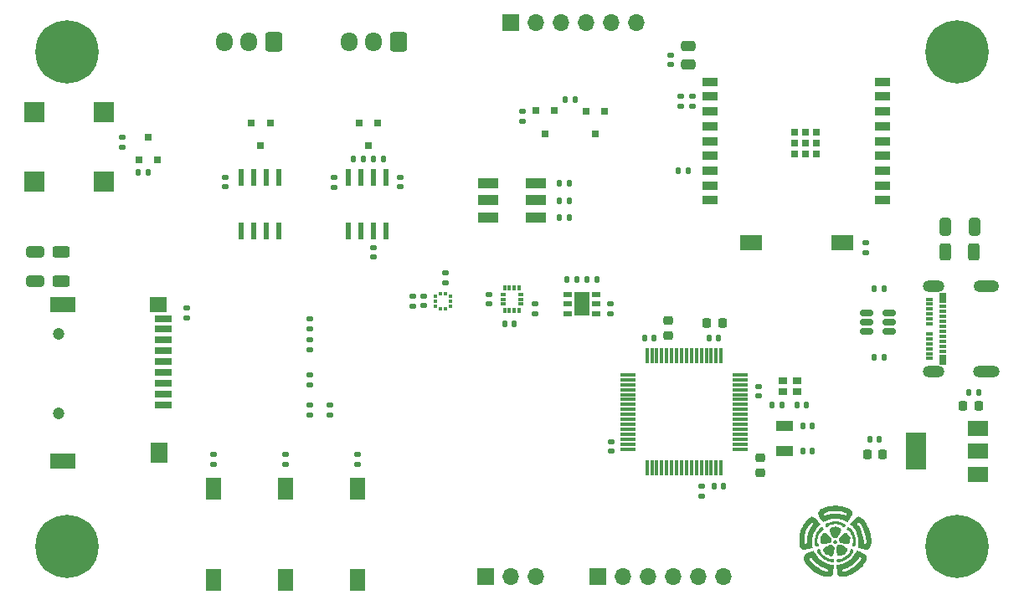
<source format=gbr>
%TF.GenerationSoftware,KiCad,Pcbnew,(7.0.0)*%
%TF.CreationDate,2023-05-17T20:16:57-03:00*%
%TF.ProjectId,d3vk1t,6433766b-3174-42e6-9b69-6361645f7063,rev?*%
%TF.SameCoordinates,Original*%
%TF.FileFunction,Soldermask,Top*%
%TF.FilePolarity,Negative*%
%FSLAX46Y46*%
G04 Gerber Fmt 4.6, Leading zero omitted, Abs format (unit mm)*
G04 Created by KiCad (PCBNEW (7.0.0)) date 2023-05-17 20:16:57*
%MOMM*%
%LPD*%
G01*
G04 APERTURE LIST*
G04 Aperture macros list*
%AMRoundRect*
0 Rectangle with rounded corners*
0 $1 Rounding radius*
0 $2 $3 $4 $5 $6 $7 $8 $9 X,Y pos of 4 corners*
0 Add a 4 corners polygon primitive as box body*
4,1,4,$2,$3,$4,$5,$6,$7,$8,$9,$2,$3,0*
0 Add four circle primitives for the rounded corners*
1,1,$1+$1,$2,$3*
1,1,$1+$1,$4,$5*
1,1,$1+$1,$6,$7*
1,1,$1+$1,$8,$9*
0 Add four rect primitives between the rounded corners*
20,1,$1+$1,$2,$3,$4,$5,0*
20,1,$1+$1,$4,$5,$6,$7,0*
20,1,$1+$1,$6,$7,$8,$9,0*
20,1,$1+$1,$8,$9,$2,$3,0*%
G04 Aperture macros list end*
%ADD10R,1.700000X1.700000*%
%ADD11O,1.700000X1.700000*%
%ADD12RoundRect,0.140000X0.140000X0.170000X-0.140000X0.170000X-0.140000X-0.170000X0.140000X-0.170000X0*%
%ADD13RoundRect,0.135000X-0.185000X0.135000X-0.185000X-0.135000X0.185000X-0.135000X0.185000X0.135000X0*%
%ADD14R,1.500000X0.900000*%
%ADD15R,0.700000X0.700000*%
%ADD16RoundRect,0.140000X0.170000X-0.140000X0.170000X0.140000X-0.170000X0.140000X-0.170000X-0.140000X0*%
%ADD17RoundRect,0.140000X-0.170000X0.140000X-0.170000X-0.140000X0.170000X-0.140000X0.170000X0.140000X0*%
%ADD18R,2.000000X1.100000*%
%ADD19R,2.180000X1.600000*%
%ADD20R,1.600000X2.180000*%
%ADD21RoundRect,0.150000X-0.512500X-0.150000X0.512500X-0.150000X0.512500X0.150000X-0.512500X0.150000X0*%
%ADD22RoundRect,0.135000X-0.135000X-0.185000X0.135000X-0.185000X0.135000X0.185000X-0.135000X0.185000X0*%
%ADD23RoundRect,0.140000X-0.140000X-0.170000X0.140000X-0.170000X0.140000X0.170000X-0.140000X0.170000X0*%
%ADD24RoundRect,0.147500X0.147500X-0.727500X0.147500X0.727500X-0.147500X0.727500X-0.147500X-0.727500X0*%
%ADD25RoundRect,0.075000X0.700000X0.075000X-0.700000X0.075000X-0.700000X-0.075000X0.700000X-0.075000X0*%
%ADD26RoundRect,0.075000X0.075000X0.700000X-0.075000X0.700000X-0.075000X-0.700000X0.075000X-0.700000X0*%
%ADD27RoundRect,0.250000X0.475000X-0.250000X0.475000X0.250000X-0.475000X0.250000X-0.475000X-0.250000X0*%
%ADD28RoundRect,0.250000X0.650000X-0.325000X0.650000X0.325000X-0.650000X0.325000X-0.650000X-0.325000X0*%
%ADD29R,0.900000X0.800000*%
%ADD30RoundRect,0.250000X-0.312500X-0.625000X0.312500X-0.625000X0.312500X0.625000X-0.312500X0.625000X0*%
%ADD31RoundRect,0.135000X0.185000X-0.135000X0.185000X0.135000X-0.185000X0.135000X-0.185000X-0.135000X0*%
%ADD32C,0.800000*%
%ADD33C,6.400000*%
%ADD34R,0.701040X0.800100*%
%ADD35R,0.350000X0.430000*%
%ADD36R,0.430000X0.350000*%
%ADD37R,1.800000X1.000000*%
%ADD38RoundRect,0.225000X0.250000X-0.225000X0.250000X0.225000X-0.250000X0.225000X-0.250000X-0.225000X0*%
%ADD39RoundRect,0.225000X-0.250000X0.225000X-0.250000X-0.225000X0.250000X-0.225000X0.250000X0.225000X0*%
%ADD40RoundRect,0.250000X0.600000X0.725000X-0.600000X0.725000X-0.600000X-0.725000X0.600000X-0.725000X0*%
%ADD41O,1.700000X1.950000*%
%ADD42RoundRect,0.135000X0.135000X0.185000X-0.135000X0.185000X-0.135000X-0.185000X0.135000X-0.185000X0*%
%ADD43R,0.700000X0.300000*%
%ADD44R,0.700000X1.000000*%
%ADD45O,2.200000X1.200000*%
%ADD46O,2.700000X1.200000*%
%ADD47O,2.600000X1.200000*%
%ADD48RoundRect,0.225000X0.225000X0.250000X-0.225000X0.250000X-0.225000X-0.250000X0.225000X-0.250000X0*%
%ADD49RoundRect,0.250000X-0.625000X0.312500X-0.625000X-0.312500X0.625000X-0.312500X0.625000X0.312500X0*%
%ADD50RoundRect,0.021000X-0.409000X-0.189000X0.409000X-0.189000X0.409000X0.189000X-0.409000X0.189000X0*%
%ADD51R,1.500000X2.400000*%
%ADD52C,1.200000*%
%ADD53R,1.800000X0.700000*%
%ADD54R,1.800000X1.600000*%
%ADD55R,2.600000X1.600000*%
%ADD56R,1.800000X2.000000*%
%ADD57R,0.350000X0.600000*%
%ADD58R,0.600000X0.350000*%
%ADD59RoundRect,0.225000X-0.225000X-0.250000X0.225000X-0.250000X0.225000X0.250000X-0.225000X0.250000X0*%
%ADD60RoundRect,0.250000X0.325000X0.650000X-0.325000X0.650000X-0.325000X-0.650000X0.325000X-0.650000X0*%
%ADD61R,2.000000X1.500000*%
%ADD62R,2.000000X3.800000*%
%ADD63R,2.000000X2.000000*%
G04 APERTURE END LIST*
%TO.C,G\u002A\u002A\u002A*%
G36*
X182745475Y-123367317D02*
G01*
X182771670Y-123376386D01*
X182850514Y-123427852D01*
X182889389Y-123504587D01*
X182895837Y-123570179D01*
X182874382Y-123651274D01*
X182818773Y-123711295D01*
X182742146Y-123745563D01*
X182657633Y-123749398D01*
X182578370Y-123718120D01*
X182549854Y-123693441D01*
X182502376Y-123613558D01*
X182496234Y-123530587D01*
X182524452Y-123454504D01*
X182580050Y-123395282D01*
X182656050Y-123362895D01*
X182745475Y-123367317D01*
G37*
G36*
X182883307Y-121507394D02*
G01*
X183198996Y-121557724D01*
X183469828Y-121641900D01*
X183591729Y-121696749D01*
X183670126Y-121752103D01*
X183711276Y-121813809D01*
X183721649Y-121877284D01*
X183701434Y-121958440D01*
X183649298Y-122014886D01*
X183578008Y-122044451D01*
X183500328Y-122044966D01*
X183429026Y-122014261D01*
X183376866Y-121950165D01*
X183371220Y-121936852D01*
X183329569Y-121890552D01*
X183247196Y-121848586D01*
X183133364Y-121812720D01*
X182997334Y-121784721D01*
X182848368Y-121766356D01*
X182695728Y-121759392D01*
X182548676Y-121765594D01*
X182501699Y-121771002D01*
X182308527Y-121803360D01*
X182164552Y-121840960D01*
X182069173Y-121884008D01*
X182021792Y-121932710D01*
X182020059Y-121936852D01*
X181970412Y-122005241D01*
X181895211Y-122042839D01*
X181810805Y-122046228D01*
X181733538Y-122011994D01*
X181719679Y-121999635D01*
X181678325Y-121926237D01*
X181674374Y-121839412D01*
X181708344Y-121759559D01*
X181713423Y-121753242D01*
X181758524Y-121718698D01*
X181834840Y-121677694D01*
X181925926Y-121639053D01*
X181926774Y-121638739D01*
X182241106Y-121547889D01*
X182561981Y-121504112D01*
X182883307Y-121507394D01*
G37*
G36*
X181434857Y-122069369D02*
G01*
X181495606Y-122125102D01*
X181518997Y-122211905D01*
X181519099Y-122220019D01*
X181511038Y-122306536D01*
X181480168Y-122360676D01*
X181415118Y-122397969D01*
X181379345Y-122410862D01*
X181291549Y-122463498D01*
X181204466Y-122557999D01*
X181121616Y-122686261D01*
X181046519Y-122840180D01*
X180982695Y-123011650D01*
X180933666Y-123192566D01*
X180902951Y-123374825D01*
X180893866Y-123528559D01*
X180898547Y-123624492D01*
X180913478Y-123677321D01*
X180929112Y-123691381D01*
X180973478Y-123731871D01*
X181000637Y-123800527D01*
X181004162Y-123876640D01*
X180996293Y-123907896D01*
X180945211Y-123984099D01*
X180871707Y-124020781D01*
X180786812Y-124015649D01*
X180704111Y-123968635D01*
X180676083Y-123942792D01*
X180657144Y-123915817D01*
X180645508Y-123877949D01*
X180639387Y-123819431D01*
X180636997Y-123730502D01*
X180636551Y-123601404D01*
X180636550Y-123599522D01*
X180651815Y-123297626D01*
X180699804Y-123025619D01*
X180783381Y-122773226D01*
X180905410Y-122530170D01*
X180958539Y-122444160D01*
X181065058Y-122290791D01*
X181162943Y-122172237D01*
X181248956Y-122091832D01*
X181319857Y-122052907D01*
X181341929Y-122049684D01*
X181434857Y-122069369D01*
G37*
G36*
X182802375Y-121996211D02*
G01*
X182866248Y-122037172D01*
X182964891Y-122090697D01*
X183030434Y-122099733D01*
X183128485Y-122122756D01*
X183213285Y-122183816D01*
X183271178Y-122270904D01*
X183286512Y-122324955D01*
X183288433Y-122367781D01*
X183279302Y-122418758D01*
X183256093Y-122486338D01*
X183215783Y-122578973D01*
X183155345Y-122705117D01*
X183137531Y-122741272D01*
X183075479Y-122861684D01*
X183015937Y-122968140D01*
X182964468Y-123051317D01*
X182926635Y-123101890D01*
X182917329Y-123110386D01*
X182842994Y-123138894D01*
X182724362Y-123150451D01*
X182695640Y-123150768D01*
X182568014Y-123142488D01*
X182485174Y-123117345D01*
X182473950Y-123110386D01*
X182442468Y-123074010D01*
X182395323Y-123001633D01*
X182338079Y-122902579D01*
X182276297Y-122786172D01*
X182253748Y-122741272D01*
X182188037Y-122605841D01*
X182143177Y-122505943D01*
X182116144Y-122433127D01*
X182103914Y-122378940D01*
X182103461Y-122334930D01*
X182104767Y-122324955D01*
X182142280Y-122228748D01*
X182214131Y-122152034D01*
X182306664Y-122106822D01*
X182360846Y-122099733D01*
X182466698Y-122075337D01*
X182525031Y-122037172D01*
X182620881Y-121984486D01*
X182695640Y-121974610D01*
X182802375Y-121996211D01*
G37*
G36*
X184113626Y-122072881D02*
G01*
X184198772Y-122141223D01*
X184297374Y-122252835D01*
X184407582Y-122405844D01*
X184432740Y-122444160D01*
X184569113Y-122686372D01*
X184666018Y-122934272D01*
X184726317Y-123198137D01*
X184752875Y-123488242D01*
X184754729Y-123599522D01*
X184754296Y-123729176D01*
X184751940Y-123818540D01*
X184745877Y-123877374D01*
X184734319Y-123915436D01*
X184715481Y-123942487D01*
X184687576Y-123968284D01*
X184687168Y-123968635D01*
X184600265Y-124018415D01*
X184513887Y-124018374D01*
X184455791Y-123989677D01*
X184402945Y-123926100D01*
X184384960Y-123845456D01*
X184401388Y-123764888D01*
X184451780Y-123701538D01*
X184463529Y-123693810D01*
X184485958Y-123653669D01*
X184496384Y-123566245D01*
X184497238Y-123518638D01*
X184486374Y-123362555D01*
X184456379Y-123196345D01*
X184410641Y-123027952D01*
X184352548Y-122865320D01*
X184285490Y-122716391D01*
X184212856Y-122589110D01*
X184138033Y-122491419D01*
X184064411Y-122431263D01*
X184027428Y-122417391D01*
X183936121Y-122379970D01*
X183884534Y-122312111D01*
X183871797Y-122235581D01*
X183892376Y-122144499D01*
X183947858Y-122079362D01*
X184028866Y-122050307D01*
X184043783Y-122049684D01*
X184113626Y-122072881D01*
G37*
G36*
X184457944Y-124274203D02*
G01*
X184520095Y-124333435D01*
X184547129Y-124417809D01*
X184547462Y-124428898D01*
X184530345Y-124501378D01*
X184483004Y-124599313D01*
X184411459Y-124713640D01*
X184321729Y-124835296D01*
X184219831Y-124955218D01*
X184149128Y-125028728D01*
X183967169Y-125185414D01*
X183760260Y-125325638D01*
X183540295Y-125443263D01*
X183319171Y-125532154D01*
X183108783Y-125586178D01*
X183052444Y-125594334D01*
X182974748Y-125599419D01*
X182925348Y-125588051D01*
X182883719Y-125554782D01*
X182877068Y-125547773D01*
X182830223Y-125467999D01*
X182826152Y-125386744D01*
X182859746Y-125315936D01*
X182925893Y-125267503D01*
X183003443Y-125252837D01*
X183069311Y-125261066D01*
X183114099Y-125280937D01*
X183114843Y-125281656D01*
X183144709Y-125293514D01*
X183198997Y-125286383D01*
X183287358Y-125258824D01*
X183301276Y-125253873D01*
X183572931Y-125130426D01*
X183818214Y-124965719D01*
X184032505Y-124762990D01*
X184078250Y-124709714D01*
X184142355Y-124627414D01*
X184178635Y-124565368D01*
X184194387Y-124508172D01*
X184197117Y-124458756D01*
X184214946Y-124355336D01*
X184265913Y-124285399D01*
X184346240Y-124253405D01*
X184372290Y-124251852D01*
X184457944Y-124274203D01*
G37*
G36*
X183802591Y-122623175D02*
G01*
X183810990Y-122625830D01*
X183890178Y-122668028D01*
X183955413Y-122730834D01*
X183992833Y-122799295D01*
X183996920Y-122826351D01*
X184016943Y-122866160D01*
X184066806Y-122910841D01*
X184084891Y-122922457D01*
X184171583Y-122999138D01*
X184215799Y-123096524D01*
X184214790Y-123205052D01*
X184187439Y-123279248D01*
X184167569Y-123343682D01*
X184174697Y-123379347D01*
X184193259Y-123442234D01*
X184194120Y-123527863D01*
X184177845Y-123612379D01*
X184168625Y-123636365D01*
X184121188Y-123693868D01*
X184045984Y-123742964D01*
X183965111Y-123770955D01*
X183930577Y-123773152D01*
X183888944Y-123768231D01*
X183809096Y-123757162D01*
X183702264Y-123741554D01*
X183579679Y-123723013D01*
X183571502Y-123721755D01*
X183415416Y-123695311D01*
X183300832Y-123668404D01*
X183219351Y-123636695D01*
X183162575Y-123595845D01*
X183122107Y-123541512D01*
X183091138Y-123473509D01*
X183060151Y-123386194D01*
X183045458Y-123315282D01*
X183050526Y-123251875D01*
X183078823Y-123187081D01*
X183133818Y-123112002D01*
X183218978Y-123017744D01*
X183302487Y-122931405D01*
X183428903Y-122805633D01*
X183529713Y-122714657D01*
X183611201Y-122654700D01*
X183679654Y-122621985D01*
X183741355Y-122612736D01*
X183802591Y-122623175D01*
G37*
G36*
X181106548Y-124272910D02*
G01*
X181165760Y-124333109D01*
X181192846Y-124427988D01*
X181194162Y-124458756D01*
X181199236Y-124522511D01*
X181219323Y-124579469D01*
X181261719Y-124645036D01*
X181313029Y-124709714D01*
X181519295Y-124920982D01*
X181757650Y-125094994D01*
X182023471Y-125228514D01*
X182090003Y-125253873D01*
X182183301Y-125284085D01*
X182241319Y-125293690D01*
X182273709Y-125284127D01*
X182276436Y-125281656D01*
X182332113Y-125256402D01*
X182408240Y-125255489D01*
X182482669Y-125276990D01*
X182520467Y-125302886D01*
X182562458Y-125374588D01*
X182564376Y-125453130D01*
X182532180Y-125525714D01*
X182471834Y-125579543D01*
X182389297Y-125601817D01*
X182381219Y-125601841D01*
X182321617Y-125593957D01*
X182232544Y-125574407D01*
X182132054Y-125547215D01*
X182120073Y-125543626D01*
X181971677Y-125496123D01*
X181853406Y-125450736D01*
X181746497Y-125398861D01*
X181632190Y-125331894D01*
X181564680Y-125288953D01*
X181429633Y-125191042D01*
X181295400Y-125074776D01*
X181168072Y-124947423D01*
X181053739Y-124816250D01*
X180958493Y-124688522D01*
X180888424Y-124571508D01*
X180849624Y-124472474D01*
X180843817Y-124428898D01*
X180865932Y-124342328D01*
X180924537Y-124279512D01*
X181008017Y-124252188D01*
X181018989Y-124251852D01*
X181106548Y-124272910D01*
G37*
G36*
X183221292Y-123820533D02*
G01*
X183322496Y-123859796D01*
X183453364Y-123923461D01*
X183535396Y-123966297D01*
X183651607Y-124030106D01*
X183753783Y-124090539D01*
X183832583Y-124141757D01*
X183878666Y-124177918D01*
X183884452Y-124184575D01*
X183917751Y-124269039D01*
X183921107Y-124368905D01*
X183896065Y-124462846D01*
X183860422Y-124515748D01*
X183811950Y-124557287D01*
X183775383Y-124576933D01*
X183772836Y-124577172D01*
X183752383Y-124598374D01*
X183746581Y-124633477D01*
X183726919Y-124713468D01*
X183677633Y-124796028D01*
X183612912Y-124860442D01*
X183577746Y-124879936D01*
X183499655Y-124896022D01*
X183434386Y-124895317D01*
X183342894Y-124905484D01*
X183296750Y-124929828D01*
X183191017Y-124982168D01*
X183086073Y-124985131D01*
X183029105Y-124966644D01*
X182962174Y-124924834D01*
X182912435Y-124873447D01*
X182912285Y-124873213D01*
X182894944Y-124828048D01*
X182872983Y-124744050D01*
X182848843Y-124631938D01*
X182824965Y-124502427D01*
X182817382Y-124456598D01*
X182793442Y-124301151D01*
X182780301Y-124185623D01*
X182779995Y-124100656D01*
X182794559Y-124036892D01*
X182826029Y-123984975D01*
X182876440Y-123935545D01*
X182942003Y-123883685D01*
X183010107Y-123837249D01*
X183073653Y-123810451D01*
X183141196Y-123804482D01*
X183221292Y-123820533D01*
G37*
G36*
X181703213Y-122619497D02*
G01*
X181770412Y-122648891D01*
X181849815Y-122705028D01*
X181947709Y-122791684D01*
X182070377Y-122912637D01*
X182088792Y-122931405D01*
X182198245Y-123045352D01*
X182274992Y-123133606D01*
X182322502Y-123205061D01*
X182344243Y-123268612D01*
X182343682Y-123333155D01*
X182324288Y-123407586D01*
X182300141Y-123473509D01*
X182269454Y-123541401D01*
X182231718Y-123593052D01*
X182178997Y-123632312D01*
X182103355Y-123663032D01*
X181996854Y-123689060D01*
X181851557Y-123714247D01*
X181782241Y-123724735D01*
X181641077Y-123745771D01*
X181540785Y-123760412D01*
X181472630Y-123768891D01*
X181427874Y-123771441D01*
X181397781Y-123768291D01*
X181373614Y-123759675D01*
X181346637Y-123745824D01*
X181328868Y-123736762D01*
X181266094Y-123691914D01*
X181223045Y-123637201D01*
X181222513Y-123636056D01*
X181200703Y-123557470D01*
X181195789Y-123469655D01*
X181208323Y-123396509D01*
X181216582Y-123379347D01*
X181221861Y-123329156D01*
X181203840Y-123279248D01*
X181170988Y-123168606D01*
X181185202Y-123062696D01*
X181243735Y-122971084D01*
X181306388Y-122922457D01*
X181362104Y-122879523D01*
X181392477Y-122836548D01*
X181394359Y-122826351D01*
X181415822Y-122759999D01*
X181470971Y-122692974D01*
X181545943Y-122640224D01*
X181580289Y-122625830D01*
X181641933Y-122613069D01*
X181703213Y-122619497D01*
G37*
G36*
X182336503Y-123820437D02*
G01*
X182429851Y-123870149D01*
X182518228Y-123939483D01*
X182585342Y-124017379D01*
X182594284Y-124032125D01*
X182608264Y-124062724D01*
X182615567Y-124099296D01*
X182615765Y-124150795D01*
X182608427Y-124226176D01*
X182593123Y-124334393D01*
X182573897Y-124456598D01*
X182550655Y-124589576D01*
X182526319Y-124708788D01*
X182503332Y-124803515D01*
X182484136Y-124863035D01*
X182478937Y-124873301D01*
X182433853Y-124917994D01*
X182365361Y-124962168D01*
X182294930Y-124993667D01*
X182252256Y-125001611D01*
X182217814Y-124991757D01*
X182160223Y-124969077D01*
X182154358Y-124966545D01*
X182096266Y-124936089D01*
X182061172Y-124908244D01*
X182060057Y-124906611D01*
X182026818Y-124892394D01*
X181967805Y-124892963D01*
X181963211Y-124893650D01*
X181882421Y-124894662D01*
X181813533Y-124880114D01*
X181746786Y-124833562D01*
X181687672Y-124758312D01*
X181650549Y-124675194D01*
X181644699Y-124635163D01*
X181623166Y-124582237D01*
X181593889Y-124564448D01*
X181528704Y-124519851D01*
X181484728Y-124443418D01*
X181465617Y-124350187D01*
X181475027Y-124255191D01*
X181503190Y-124191546D01*
X181544899Y-124151875D01*
X181622268Y-124098627D01*
X181724691Y-124037312D01*
X181841560Y-123973436D01*
X181962268Y-123912509D01*
X182076209Y-123860038D01*
X182172774Y-123821532D01*
X182241357Y-123802499D01*
X182254474Y-123801408D01*
X182336503Y-123820437D01*
G37*
G36*
X179053137Y-123447572D02*
G01*
X179567902Y-123447572D01*
X179569231Y-123587574D01*
X179574271Y-123684643D01*
X179585303Y-123745873D01*
X179604607Y-123778358D01*
X179634464Y-123789193D01*
X179676534Y-123785581D01*
X179740420Y-123773602D01*
X179782696Y-123763961D01*
X179796291Y-123735948D01*
X179808829Y-123664384D01*
X179819379Y-123555767D01*
X179824543Y-123472087D01*
X179861053Y-123105063D01*
X179933525Y-122766747D01*
X180044863Y-122448272D01*
X180197970Y-122140767D01*
X180329101Y-121930919D01*
X180388139Y-121841554D01*
X180434778Y-121767273D01*
X180462934Y-121717971D01*
X180468447Y-121704123D01*
X180451923Y-121675244D01*
X180410861Y-121628892D01*
X180397099Y-121615322D01*
X180325751Y-121546966D01*
X180187957Y-121695800D01*
X180048368Y-121874284D01*
X179919798Y-122092102D01*
X179805844Y-122339094D01*
X179710103Y-122605097D01*
X179636172Y-122879952D01*
X179587646Y-123153496D01*
X179568124Y-123415568D01*
X179567902Y-123447572D01*
X179053137Y-123447572D01*
X179053050Y-123418485D01*
X179057419Y-123248605D01*
X179066498Y-123085809D01*
X179080131Y-122941463D01*
X179098161Y-122826933D01*
X179101257Y-122812935D01*
X179181496Y-122514589D01*
X179278162Y-122233841D01*
X179388809Y-121973823D01*
X179510987Y-121737665D01*
X179642250Y-121528499D01*
X179780148Y-121349454D01*
X179922235Y-121203661D01*
X180066063Y-121094252D01*
X180209182Y-121024357D01*
X180349147Y-120997107D01*
X180483508Y-121015633D01*
X180501575Y-121021998D01*
X180566627Y-121057202D01*
X180646397Y-121120338D01*
X180744574Y-121214896D01*
X180864845Y-121344366D01*
X180973981Y-121469056D01*
X181195391Y-121726753D01*
X181017889Y-121922380D01*
X180873457Y-122089629D01*
X180758181Y-122243635D01*
X180660905Y-122400821D01*
X180570474Y-122577611D01*
X180565209Y-122588802D01*
X180449866Y-122892437D01*
X180378059Y-123214161D01*
X180351047Y-123545276D01*
X180370088Y-123877083D01*
X180374297Y-123908036D01*
X180409208Y-124152298D01*
X180307449Y-124179737D01*
X180052890Y-124244479D01*
X179840384Y-124289627D01*
X179666081Y-124315532D01*
X179526130Y-124322542D01*
X179416680Y-124311010D01*
X179333881Y-124281286D01*
X179315355Y-124270024D01*
X179205472Y-124168067D01*
X179120305Y-124031513D01*
X179085783Y-123941520D01*
X179069756Y-123856967D01*
X179059062Y-123734032D01*
X179053545Y-123584083D01*
X179053137Y-123447572D01*
G37*
G36*
X184215331Y-121704123D02*
G01*
X184922832Y-121704123D01*
X184936037Y-121732341D01*
X184971600Y-121791846D01*
X185023438Y-121872742D01*
X185062179Y-121930919D01*
X185241734Y-122229095D01*
X185379796Y-122533439D01*
X185479263Y-122852825D01*
X185543038Y-123196124D01*
X185569711Y-123483473D01*
X185585984Y-123763871D01*
X185673571Y-123779345D01*
X185736197Y-123790537D01*
X185774718Y-123797655D01*
X185777007Y-123798114D01*
X185794793Y-123779991D01*
X185807946Y-123745103D01*
X185818626Y-123670877D01*
X185823253Y-123560542D01*
X185822248Y-123427617D01*
X185816029Y-123285622D01*
X185805015Y-123148077D01*
X185789625Y-123028501D01*
X185784904Y-123001730D01*
X185725284Y-122749043D01*
X185643969Y-122495969D01*
X185545525Y-122252763D01*
X185434521Y-122029684D01*
X185315525Y-121836989D01*
X185203322Y-121695800D01*
X185065528Y-121546966D01*
X184994180Y-121615322D01*
X184948647Y-121663681D01*
X184924173Y-121698895D01*
X184922832Y-121704123D01*
X184215331Y-121704123D01*
X184417298Y-121469056D01*
X184556947Y-121310543D01*
X184671682Y-121189610D01*
X184765192Y-121102768D01*
X184841163Y-121046525D01*
X184889704Y-121021998D01*
X185023094Y-120996872D01*
X185162427Y-121017956D01*
X185305255Y-121082119D01*
X185449130Y-121186231D01*
X185591605Y-121327161D01*
X185730232Y-121501778D01*
X185862561Y-121706951D01*
X185986147Y-121939550D01*
X186098540Y-122196443D01*
X186197293Y-122474501D01*
X186279958Y-122770592D01*
X186290022Y-122812935D01*
X186308703Y-122921973D01*
X186323010Y-123062545D01*
X186332787Y-123223283D01*
X186337878Y-123392822D01*
X186338127Y-123559796D01*
X186333378Y-123712837D01*
X186323476Y-123840580D01*
X186308265Y-123931659D01*
X186305496Y-123941520D01*
X186238813Y-124092219D01*
X186142171Y-124215825D01*
X186075925Y-124270024D01*
X185986991Y-124309122D01*
X185868337Y-124324661D01*
X185715740Y-124316609D01*
X185524977Y-124284937D01*
X185435837Y-124265369D01*
X185317304Y-124237481D01*
X185205415Y-124210482D01*
X185116705Y-124188392D01*
X185083831Y-124179804D01*
X184982071Y-124152298D01*
X185016983Y-123908036D01*
X185040423Y-123576612D01*
X185017692Y-123245061D01*
X184950047Y-122922082D01*
X184838748Y-122616374D01*
X184826070Y-122588802D01*
X184735694Y-122410374D01*
X184639119Y-122252499D01*
X184525191Y-122098757D01*
X184382753Y-121932724D01*
X184373390Y-121922380D01*
X184195888Y-121726753D01*
X184215331Y-121704123D01*
G37*
G36*
X179527162Y-125207767D02*
G01*
X180068288Y-125207767D01*
X180087142Y-125273453D01*
X180139076Y-125364173D01*
X180218256Y-125473490D01*
X180318847Y-125594964D01*
X180435015Y-125722159D01*
X180560925Y-125848636D01*
X180690742Y-125967956D01*
X180818631Y-126073682D01*
X180918891Y-126146334D01*
X181083252Y-126249022D01*
X181256678Y-126344584D01*
X181430002Y-126428977D01*
X181594058Y-126498160D01*
X181739680Y-126548093D01*
X181857702Y-126574732D01*
X181897909Y-126578023D01*
X181940840Y-126572572D01*
X181964233Y-126545285D01*
X181978943Y-126482643D01*
X181980069Y-126475703D01*
X181987753Y-126408971D01*
X181987103Y-126366256D01*
X181984744Y-126360397D01*
X181957216Y-126347659D01*
X181893531Y-126323562D01*
X181805092Y-126292334D01*
X181758593Y-126276523D01*
X181606851Y-126222251D01*
X181475483Y-126166505D01*
X181349002Y-126101442D01*
X181211919Y-126019221D01*
X181079460Y-125932640D01*
X180881889Y-125785178D01*
X180687277Y-125612213D01*
X180510706Y-125428169D01*
X180375840Y-125259619D01*
X180321432Y-125185246D01*
X180278418Y-125129929D01*
X180254591Y-125103604D01*
X180252738Y-125102689D01*
X180207501Y-125114239D01*
X180149540Y-125141872D01*
X180097332Y-125175059D01*
X180069356Y-125203276D01*
X180068288Y-125207767D01*
X179527162Y-125207767D01*
X179522846Y-125179423D01*
X179527560Y-125038007D01*
X179562257Y-124928537D01*
X179633317Y-124838825D01*
X179742806Y-124759286D01*
X179803257Y-124726315D01*
X179892479Y-124682177D01*
X180000578Y-124631273D01*
X180117658Y-124578005D01*
X180233825Y-124526774D01*
X180339184Y-124481979D01*
X180423839Y-124448023D01*
X180477897Y-124429305D01*
X180489858Y-124427024D01*
X180509470Y-124447708D01*
X180542497Y-124501621D01*
X180577207Y-124567990D01*
X180750426Y-124865227D01*
X180963003Y-125133565D01*
X181210934Y-125368964D01*
X181490214Y-125567387D01*
X181662415Y-125662653D01*
X181838963Y-125739660D01*
X182038603Y-125808317D01*
X182239246Y-125861813D01*
X182405207Y-125891717D01*
X182552197Y-125910082D01*
X182534636Y-126188307D01*
X182517788Y-126394877D01*
X182495318Y-126577636D01*
X182468392Y-126729925D01*
X182438173Y-126845088D01*
X182407823Y-126913514D01*
X182321989Y-127000579D01*
X182199834Y-127061720D01*
X182048612Y-127095636D01*
X181875575Y-127101025D01*
X181687977Y-127076586D01*
X181607068Y-127057243D01*
X181286374Y-126947583D01*
X180964095Y-126794229D01*
X180648925Y-126602470D01*
X180349558Y-126377594D01*
X180075030Y-126125240D01*
X179874732Y-125905272D01*
X179720433Y-125700125D01*
X179610982Y-125507827D01*
X179545230Y-125326408D01*
X179527162Y-125207767D01*
G37*
G36*
X182873188Y-126390204D02*
G01*
X183402765Y-126390204D01*
X183407595Y-126450586D01*
X183411210Y-126475703D01*
X183424495Y-126532864D01*
X183447802Y-126566615D01*
X183489573Y-126578369D01*
X183558250Y-126569539D01*
X183662275Y-126541539D01*
X183712757Y-126526188D01*
X183898836Y-126457197D01*
X184104846Y-126360950D01*
X184315060Y-126245313D01*
X184472190Y-126146472D01*
X184594129Y-126056830D01*
X184722815Y-125948274D01*
X184852413Y-125827239D01*
X184977090Y-125700163D01*
X185091012Y-125573483D01*
X185188345Y-125453634D01*
X185263255Y-125347053D01*
X185309908Y-125260177D01*
X185322991Y-125207767D01*
X185302818Y-125182054D01*
X185254352Y-125149057D01*
X185196071Y-125119301D01*
X185146453Y-125103313D01*
X185138541Y-125102689D01*
X185119809Y-125121555D01*
X185080229Y-125171529D01*
X185027595Y-125242675D01*
X185015439Y-125259619D01*
X184869201Y-125441015D01*
X184690889Y-125624756D01*
X184495584Y-125796415D01*
X184311819Y-125932640D01*
X184154259Y-126034985D01*
X184020113Y-126113683D01*
X183893894Y-126176577D01*
X183760115Y-126231508D01*
X183632686Y-126276523D01*
X183536603Y-126309630D01*
X183459955Y-126337579D01*
X183414148Y-126356140D01*
X183406536Y-126360397D01*
X183402765Y-126390204D01*
X182873188Y-126390204D01*
X182868218Y-126345409D01*
X182854970Y-126197477D01*
X182847339Y-126072477D01*
X182846221Y-126025228D01*
X182845787Y-125909244D01*
X182989425Y-125891298D01*
X183307646Y-125826828D01*
X183614280Y-125716415D01*
X183904251Y-125563740D01*
X184172484Y-125372484D01*
X184413904Y-125146328D01*
X184623434Y-124888953D01*
X184795999Y-124604039D01*
X184814072Y-124567990D01*
X184852686Y-124494707D01*
X184884651Y-124443734D01*
X184901421Y-124427024D01*
X184937838Y-124437136D01*
X185009465Y-124464538D01*
X185106406Y-124504829D01*
X185218767Y-124553608D01*
X185336653Y-124606475D01*
X185450169Y-124659028D01*
X185549420Y-124706866D01*
X185624510Y-124745589D01*
X185648474Y-124759286D01*
X185760830Y-124841481D01*
X185830643Y-124931632D01*
X185864294Y-125041925D01*
X185868433Y-125179423D01*
X185836159Y-125359164D01*
X185760377Y-125547002D01*
X185646228Y-125739280D01*
X185498855Y-125932337D01*
X185323398Y-126122516D01*
X185124999Y-126306157D01*
X184908799Y-126479600D01*
X184679939Y-126639188D01*
X184443561Y-126781261D01*
X184204805Y-126902159D01*
X183968814Y-126998225D01*
X183740728Y-127065799D01*
X183525689Y-127101222D01*
X183328838Y-127100835D01*
X183202549Y-127076704D01*
X183093520Y-127020870D01*
X183002428Y-126927503D01*
X182939445Y-126808514D01*
X182922873Y-126749245D01*
X182904050Y-126639049D01*
X182885205Y-126498518D01*
X182873188Y-126390204D01*
G37*
G36*
X180970336Y-120690721D02*
G01*
X181519576Y-120690721D01*
X181531631Y-120723320D01*
X181561423Y-120779013D01*
X181570839Y-120794798D01*
X181611430Y-120849769D01*
X181648932Y-120866901D01*
X181677100Y-120862451D01*
X181724503Y-120848823D01*
X181806417Y-120825637D01*
X181909136Y-120796763D01*
X181969925Y-120779751D01*
X182056792Y-120756440D01*
X182133035Y-120739304D01*
X182208928Y-120727402D01*
X182294745Y-120719794D01*
X182400761Y-120715540D01*
X182537249Y-120713699D01*
X182695640Y-120713328D01*
X182868617Y-120713728D01*
X183005183Y-120716140D01*
X183117763Y-120722383D01*
X183218783Y-120734277D01*
X183320669Y-120753640D01*
X183435845Y-120782293D01*
X183576738Y-120822054D01*
X183714179Y-120862451D01*
X183756994Y-120864320D01*
X183793982Y-120834027D01*
X183820440Y-120794798D01*
X183853290Y-120736230D01*
X183870812Y-120695861D01*
X183871704Y-120690721D01*
X183849264Y-120667240D01*
X183788212Y-120634338D01*
X183698187Y-120595875D01*
X183588833Y-120555711D01*
X183469791Y-120517706D01*
X183373728Y-120491366D01*
X183219444Y-120462841D01*
X183029792Y-120443633D01*
X182818577Y-120433742D01*
X182599607Y-120433166D01*
X182386688Y-120441907D01*
X182193625Y-120459965D01*
X182034226Y-120487338D01*
X182017552Y-120491366D01*
X181897709Y-120524845D01*
X181779814Y-120563581D01*
X181673508Y-120603715D01*
X181588433Y-120641387D01*
X181534230Y-120672737D01*
X181519576Y-120690721D01*
X180970336Y-120690721D01*
X180967529Y-120594220D01*
X180992228Y-120503655D01*
X181043894Y-120418820D01*
X181121834Y-120334138D01*
X181146329Y-120311447D01*
X181309212Y-120193866D01*
X181510960Y-120096031D01*
X181744448Y-120017941D01*
X182002551Y-119959597D01*
X182278143Y-119920999D01*
X182564101Y-119902147D01*
X182853298Y-119903041D01*
X183138610Y-119923680D01*
X183412913Y-119964065D01*
X183669081Y-120024196D01*
X183899990Y-120104072D01*
X184098514Y-120203694D01*
X184244950Y-120311447D01*
X184329611Y-120397003D01*
X184388178Y-120481261D01*
X184419959Y-120569799D01*
X184424259Y-120668192D01*
X184400384Y-120782018D01*
X184347640Y-120916853D01*
X184265334Y-121078273D01*
X184152772Y-121271855D01*
X184118447Y-121328171D01*
X183969922Y-121570107D01*
X183739431Y-121461065D01*
X183559799Y-121380193D01*
X183402975Y-121320771D01*
X183254750Y-121279741D01*
X183100913Y-121254045D01*
X182927254Y-121240622D01*
X182719563Y-121236415D01*
X182695640Y-121236384D01*
X182483631Y-121239814D01*
X182307119Y-121252144D01*
X182151894Y-121276434D01*
X182003747Y-121315741D01*
X181848468Y-121373124D01*
X181671845Y-121451642D01*
X181651848Y-121461065D01*
X181421357Y-121570107D01*
X181272833Y-121328171D01*
X181152286Y-121125309D01*
X181062176Y-120956059D01*
X181001810Y-120814845D01*
X180970492Y-120696091D01*
X180970336Y-120690721D01*
G37*
%TD*%
D10*
%TO.C,J1*%
X147319999Y-127099999D03*
D11*
X149859999Y-127099999D03*
X152399999Y-127099999D03*
%TD*%
D12*
%TO.C,C28*%
X179780000Y-109700000D03*
X178820000Y-109700000D03*
%TD*%
D13*
%TO.C,R3*%
X168216608Y-78496554D03*
X168216608Y-79516554D03*
%TD*%
D14*
%TO.C,U1*%
X169999999Y-76999999D03*
X169999999Y-78499999D03*
X169999999Y-79999999D03*
X169999999Y-81499999D03*
X169999999Y-82999999D03*
X169999999Y-84499999D03*
X169999999Y-85999999D03*
X169999999Y-87499999D03*
X169999999Y-88999999D03*
X187499999Y-88999999D03*
X187499999Y-87499999D03*
X187499999Y-85999999D03*
X187499999Y-84499999D03*
X187499999Y-82999999D03*
X187499999Y-81499999D03*
X187499999Y-79999999D03*
X187499999Y-78499999D03*
X187499999Y-76999999D03*
D15*
X178609999Y-82099999D03*
X179709999Y-82099999D03*
X180809999Y-82099999D03*
X178609999Y-83199999D03*
X179709999Y-83199999D03*
X180809999Y-83199999D03*
X178609999Y-84299999D03*
X179709999Y-84299999D03*
X180809999Y-84299999D03*
%TD*%
D16*
%TO.C,C3*%
X160000000Y-114380000D03*
X160000000Y-113420000D03*
%TD*%
D12*
%TO.C,C23*%
X187160000Y-113200000D03*
X186200000Y-113200000D03*
%TD*%
D17*
%TO.C,C4*%
X174900000Y-107820000D03*
X174900000Y-108780000D03*
%TD*%
D18*
%TO.C,D1*%
X147599999Y-87299999D03*
X147599999Y-88999999D03*
X147599999Y-90699999D03*
X152399999Y-90699999D03*
X152399999Y-88999999D03*
X152399999Y-87299999D03*
%TD*%
D16*
%TO.C,C18*%
X141100000Y-99667500D03*
X141100000Y-98707500D03*
%TD*%
D19*
%TO.C,SW1*%
X174209999Y-93299999D03*
X183389999Y-93299999D03*
%TD*%
D20*
%TO.C,SW4*%
X134399999Y-127389999D03*
X134399999Y-118209999D03*
%TD*%
D21*
%TO.C,IC7*%
X185862500Y-100350000D03*
X185862500Y-101300000D03*
X185862500Y-102250000D03*
X188137500Y-102250000D03*
X188137500Y-101300000D03*
X188137500Y-100350000D03*
%TD*%
D22*
%TO.C,R22*%
X135980000Y-84790500D03*
X137000000Y-84790500D03*
%TD*%
D23*
%TO.C,C16*%
X149248955Y-101505870D03*
X150208955Y-101505870D03*
%TD*%
D24*
%TO.C,IC5*%
X133495000Y-92066000D03*
X134765000Y-92066000D03*
X136035000Y-92066000D03*
X137305000Y-92066000D03*
X137305000Y-86666000D03*
X136035000Y-86666000D03*
X134765000Y-86666000D03*
X133495000Y-86666000D03*
%TD*%
D13*
%TO.C,R23*%
X131600000Y-109690000D03*
X131600000Y-110710000D03*
%TD*%
D22*
%TO.C,R18*%
X154790000Y-87300000D03*
X155810000Y-87300000D03*
%TD*%
D25*
%TO.C,IC1*%
X173075000Y-114150000D03*
X173075000Y-113650000D03*
X173075000Y-113150000D03*
X173075000Y-112650000D03*
X173075000Y-112150000D03*
X173075000Y-111650000D03*
X173075000Y-111150000D03*
X173075000Y-110650000D03*
X173075000Y-110150000D03*
X173075000Y-109650000D03*
X173075000Y-109150000D03*
X173075000Y-108650000D03*
X173075000Y-108150000D03*
X173075000Y-107650000D03*
X173075000Y-107150000D03*
X173075000Y-106650000D03*
D26*
X171150000Y-104725000D03*
X170650000Y-104725000D03*
X170150000Y-104725000D03*
X169650000Y-104725000D03*
X169150000Y-104725000D03*
X168650000Y-104725000D03*
X168150000Y-104725000D03*
X167650000Y-104725000D03*
X167150000Y-104725000D03*
X166650000Y-104725000D03*
X166150000Y-104725000D03*
X165650000Y-104725000D03*
X165150000Y-104725000D03*
X164650000Y-104725000D03*
X164150000Y-104725000D03*
X163650000Y-104725000D03*
D25*
X161725000Y-106650000D03*
X161725000Y-107150000D03*
X161725000Y-107650000D03*
X161725000Y-108150000D03*
X161725000Y-108650000D03*
X161725000Y-109150000D03*
X161725000Y-109650000D03*
X161725000Y-110150000D03*
X161725000Y-110650000D03*
X161725000Y-111150000D03*
X161725000Y-111650000D03*
X161725000Y-112150000D03*
X161725000Y-112650000D03*
X161725000Y-113150000D03*
X161725000Y-113650000D03*
X161725000Y-114150000D03*
D26*
X163650000Y-116075000D03*
X164150000Y-116075000D03*
X164650000Y-116075000D03*
X165150000Y-116075000D03*
X165650000Y-116075000D03*
X166150000Y-116075000D03*
X166650000Y-116075000D03*
X167150000Y-116075000D03*
X167650000Y-116075000D03*
X168150000Y-116075000D03*
X168650000Y-116075000D03*
X169150000Y-116075000D03*
X169650000Y-116075000D03*
X170150000Y-116075000D03*
X170650000Y-116075000D03*
X171150000Y-116075000D03*
%TD*%
D27*
%TO.C,C11*%
X167800000Y-75250000D03*
X167800000Y-73350000D03*
%TD*%
D13*
%TO.C,R4*%
X185797944Y-93302456D03*
X185797944Y-94322456D03*
%TD*%
D28*
%TO.C,C14*%
X101800000Y-97175000D03*
X101800000Y-94225000D03*
%TD*%
D29*
%TO.C,Y2*%
X177399999Y-108349999D03*
X178799999Y-108349999D03*
X178799999Y-107249999D03*
X177399999Y-107249999D03*
%TD*%
D30*
%TO.C,R6*%
X193809648Y-94200000D03*
X196734648Y-94200000D03*
%TD*%
D31*
%TO.C,R11*%
X143244664Y-97378358D03*
X143244664Y-96358358D03*
%TD*%
D32*
%TO.C,H4*%
X102600000Y-124000000D03*
X103302944Y-122302944D03*
X103302944Y-125697056D03*
X105000000Y-121600000D03*
D33*
X105000000Y-124000000D03*
D32*
X105000000Y-126400000D03*
X106697056Y-122302944D03*
X106697056Y-125697056D03*
X107400000Y-124000000D03*
%TD*%
D20*
%TO.C,SW3*%
X127099999Y-127389999D03*
X127099999Y-118209999D03*
%TD*%
D12*
%TO.C,C20*%
X197180000Y-108400000D03*
X196220000Y-108400000D03*
%TD*%
D34*
%TO.C,D2*%
X136449959Y-81139879D03*
X134550039Y-81139879D03*
X135499999Y-83441119D03*
%TD*%
D22*
%TO.C,R21*%
X133980000Y-84790500D03*
X135000000Y-84790500D03*
%TD*%
D16*
%TO.C,C27*%
X121008409Y-87628077D03*
X121008409Y-86668077D03*
%TD*%
D35*
%TO.C,IC4*%
X142749999Y-99932499D03*
X143249999Y-99932499D03*
D36*
X143744999Y-99687499D03*
X143744999Y-99187499D03*
X143744999Y-98687499D03*
D35*
X143249999Y-98442499D03*
X142749999Y-98442499D03*
D36*
X142254999Y-98687499D03*
X142254999Y-99187499D03*
X142254999Y-99687499D03*
%TD*%
D23*
%TO.C,C1*%
X169920000Y-102900000D03*
X170880000Y-102900000D03*
%TD*%
D16*
%TO.C,C26*%
X138690996Y-87623939D03*
X138690996Y-86663939D03*
%TD*%
D23*
%TO.C,C31*%
X179420000Y-111850546D03*
X180380000Y-111850546D03*
%TD*%
D37*
%TO.C,Y1*%
X177599999Y-114349999D03*
X177599999Y-111849999D03*
%TD*%
D16*
%TO.C,C25*%
X136031490Y-94729475D03*
X136031490Y-93769475D03*
%TD*%
D38*
%TO.C,C8*%
X165800000Y-102700000D03*
X165800000Y-101150000D03*
%TD*%
D17*
%TO.C,C12*%
X167033263Y-78497490D03*
X167033263Y-79457490D03*
%TD*%
D39*
%TO.C,C6*%
X175100000Y-115025000D03*
X175100000Y-116575000D03*
%TD*%
D40*
%TO.C,J4*%
X138500000Y-73000000D03*
D41*
X135999999Y-72999999D03*
X133499999Y-72999999D03*
%TD*%
D42*
%TO.C,R5*%
X167799689Y-86003800D03*
X166779689Y-86003800D03*
%TD*%
D43*
%TO.C,X1*%
X192229999Y-104999999D03*
X192229999Y-104499999D03*
X192229999Y-103999999D03*
X192229999Y-103499999D03*
X192229999Y-102999999D03*
X192229999Y-102499999D03*
X192229999Y-101499999D03*
X192229999Y-100999999D03*
X192229999Y-100499999D03*
X192229999Y-99999999D03*
X192229999Y-99499999D03*
X192229999Y-98999999D03*
D44*
X193529999Y-98899999D03*
D43*
X193529999Y-99749999D03*
X193529999Y-100249999D03*
X193529999Y-100749999D03*
X193529999Y-101249999D03*
X193529999Y-101749999D03*
X193529999Y-102249999D03*
X193529999Y-102749999D03*
X193529999Y-103249999D03*
X193529999Y-103749999D03*
X193529999Y-104249999D03*
D44*
X193529999Y-105099999D03*
D45*
X192639999Y-106319999D03*
X192639999Y-97679999D03*
D46*
X197999999Y-106319999D03*
D47*
X197999999Y-97679999D03*
%TD*%
D12*
%TO.C,C2*%
X171380000Y-117900000D03*
X170420000Y-117900000D03*
%TD*%
D31*
%TO.C,R24*%
X129600000Y-107700000D03*
X129600000Y-106680000D03*
%TD*%
D24*
%TO.C,IC6*%
X122595000Y-92066000D03*
X123865000Y-92066000D03*
X125135000Y-92066000D03*
X126405000Y-92066000D03*
X126405000Y-86666000D03*
X125135000Y-86666000D03*
X123865000Y-86666000D03*
X122595000Y-86666000D03*
%TD*%
D34*
%TO.C,Q2*%
X154304962Y-79939337D03*
X152405042Y-79939337D03*
X153355002Y-82240577D03*
%TD*%
D17*
%TO.C,C17*%
X147700000Y-98520000D03*
X147700000Y-99480000D03*
%TD*%
D23*
%TO.C,C5*%
X163420000Y-102900000D03*
X164380000Y-102900000D03*
%TD*%
D48*
%TO.C,C22*%
X197175000Y-109800000D03*
X195625000Y-109800000D03*
%TD*%
D34*
%TO.C,Q1*%
X159384178Y-79949379D03*
X157484258Y-79949379D03*
X158434218Y-82250619D03*
%TD*%
D16*
%TO.C,C32*%
X134400000Y-115680000D03*
X134400000Y-114720000D03*
%TD*%
D10*
%TO.C,J3*%
X149849999Y-70999999D03*
D11*
X152389999Y-70999999D03*
X154929999Y-70999999D03*
X157469999Y-70999999D03*
X160009999Y-70999999D03*
X162549999Y-70999999D03*
%TD*%
D22*
%TO.C,R20*%
X154790000Y-90700000D03*
X155810000Y-90700000D03*
%TD*%
D49*
%TO.C,R9*%
X104400000Y-94237500D03*
X104400000Y-97162500D03*
%TD*%
D16*
%TO.C,C15*%
X127100000Y-115680000D03*
X127100000Y-114720000D03*
%TD*%
D31*
%TO.C,R27*%
X129600000Y-102010000D03*
X129600000Y-100990000D03*
%TD*%
D16*
%TO.C,C19*%
X140000000Y-99687500D03*
X140000000Y-98727500D03*
%TD*%
D50*
%TO.C,IC3*%
X155642500Y-98500000D03*
X155642500Y-99500000D03*
X155642500Y-100500000D03*
X158512500Y-100500000D03*
X158512500Y-99500000D03*
X158512500Y-98500000D03*
D51*
X157077499Y-99499999D03*
%TD*%
D52*
%TO.C,X2*%
X104150000Y-102525000D03*
X104150000Y-110525000D03*
D53*
X114749999Y-109714999D03*
X114749999Y-108614999D03*
X114749900Y-107524999D03*
X114749900Y-106414999D03*
X114749900Y-105334999D03*
X114749999Y-104224999D03*
X114749900Y-103134999D03*
X114749999Y-102034999D03*
D54*
X114249999Y-99549999D03*
D53*
X114749999Y-100944999D03*
D55*
X104599999Y-99549999D03*
D56*
X114324999Y-114499999D03*
D55*
X104599999Y-115399999D03*
%TD*%
D34*
%TO.C,D4*%
X125549959Y-81139879D03*
X123650039Y-81139879D03*
X124599999Y-83441119D03*
%TD*%
D32*
%TO.C,H2*%
X192600000Y-74000000D03*
X193302944Y-72302944D03*
X193302944Y-75697056D03*
X195000000Y-71600000D03*
D33*
X195000000Y-74000000D03*
D32*
X195000000Y-76400000D03*
X196697056Y-72302944D03*
X196697056Y-75697056D03*
X197400000Y-74000000D03*
%TD*%
D23*
%TO.C,C29*%
X176320000Y-109700000D03*
X177280000Y-109700000D03*
%TD*%
D57*
%TO.C,IC2*%
X150749999Y-97839999D03*
X150249999Y-97839999D03*
X149749999Y-97839999D03*
X149249999Y-97839999D03*
D58*
X149089999Y-98499999D03*
X149089999Y-98999999D03*
X149089999Y-99499999D03*
D57*
X149249999Y-100159999D03*
X149749999Y-100159999D03*
X150249999Y-100159999D03*
X150749999Y-100159999D03*
D58*
X150909999Y-99499999D03*
X150909999Y-98999999D03*
X150909999Y-98499999D03*
%TD*%
D13*
%TO.C,R26*%
X129600000Y-103090000D03*
X129600000Y-104110000D03*
%TD*%
%TO.C,R1*%
X151052549Y-79946997D03*
X151052549Y-80966997D03*
%TD*%
D22*
%TO.C,R7*%
X186590000Y-97900000D03*
X187610000Y-97900000D03*
%TD*%
D59*
%TO.C,C7*%
X169725000Y-101400000D03*
X171275000Y-101400000D03*
%TD*%
D13*
%TO.C,R10*%
X152300000Y-99490000D03*
X152300000Y-100510000D03*
%TD*%
%TO.C,R17*%
X110600000Y-82590000D03*
X110600000Y-83610000D03*
%TD*%
D31*
%TO.C,R15*%
X117100000Y-100910000D03*
X117100000Y-99890000D03*
%TD*%
D42*
%TO.C,R16*%
X113261044Y-86151044D03*
X112241044Y-86151044D03*
%TD*%
D48*
%TO.C,C24*%
X187475000Y-114700000D03*
X185925000Y-114700000D03*
%TD*%
D22*
%TO.C,R13*%
X155590000Y-97000000D03*
X156610000Y-97000000D03*
%TD*%
D31*
%TO.C,R14*%
X131980289Y-87683337D03*
X131980289Y-86663337D03*
%TD*%
D42*
%TO.C,R12*%
X158610000Y-97000000D03*
X157590000Y-97000000D03*
%TD*%
D20*
%TO.C,SW2*%
X119799999Y-127389999D03*
X119799999Y-118209999D03*
%TD*%
D60*
%TO.C,C13*%
X196767148Y-91680000D03*
X193817148Y-91680000D03*
%TD*%
D32*
%TO.C,H3*%
X192600000Y-124000000D03*
X193302944Y-122302944D03*
X193302944Y-125697056D03*
X195000000Y-121600000D03*
D33*
X195000000Y-124000000D03*
D32*
X195000000Y-126400000D03*
X196697056Y-122302944D03*
X196697056Y-125697056D03*
X197400000Y-124000000D03*
%TD*%
D61*
%TO.C,IC8*%
X197149999Y-116699999D03*
X197149999Y-114399999D03*
D62*
X190849999Y-114399999D03*
D61*
X197149999Y-112099999D03*
%TD*%
D40*
%TO.C,J5*%
X125900000Y-73000000D03*
D41*
X123399999Y-72999999D03*
X120899999Y-72999999D03*
%TD*%
D23*
%TO.C,C30*%
X179420000Y-114350910D03*
X180380000Y-114350910D03*
%TD*%
D22*
%TO.C,R8*%
X186590000Y-104900000D03*
X187610000Y-104900000D03*
%TD*%
D16*
%TO.C,C9*%
X119800000Y-115680000D03*
X119800000Y-114720000D03*
%TD*%
D42*
%TO.C,R2*%
X156388446Y-78799055D03*
X155368446Y-78799055D03*
%TD*%
D10*
%TO.C,J2*%
X158699999Y-127099999D03*
D11*
X161239999Y-127099999D03*
X163779999Y-127099999D03*
X166319999Y-127099999D03*
X168859999Y-127099999D03*
X171399999Y-127099999D03*
%TD*%
D17*
%TO.C,C21*%
X159915908Y-99500623D03*
X159915908Y-100460623D03*
%TD*%
D13*
%TO.C,R28*%
X129600000Y-109690000D03*
X129600000Y-110710000D03*
%TD*%
D32*
%TO.C,H1*%
X102600000Y-74000000D03*
X103302944Y-72302944D03*
X103302944Y-75697056D03*
X105000000Y-71600000D03*
D33*
X105000000Y-74000000D03*
D32*
X105000000Y-76400000D03*
X106697056Y-72302944D03*
X106697056Y-75697056D03*
X107400000Y-74000000D03*
%TD*%
D63*
%TO.C,BZ1*%
X101699999Y-87099999D03*
X101699999Y-80099999D03*
X108699999Y-80099999D03*
X108699999Y-87099999D03*
%TD*%
D34*
%TO.C,Q3*%
X112245636Y-84895171D03*
X114145556Y-84895171D03*
X113195596Y-82593931D03*
%TD*%
D22*
%TO.C,R19*%
X154780000Y-89010000D03*
X155800000Y-89010000D03*
%TD*%
D31*
%TO.C,R25*%
X169145128Y-118910000D03*
X169145128Y-117890000D03*
%TD*%
D16*
%TO.C,C10*%
X166053324Y-75240951D03*
X166053324Y-74280951D03*
%TD*%
M02*

</source>
